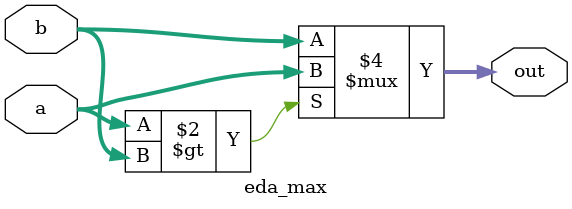
<source format=sv>
module eda_max #(
  parameter PIXEL_WIDTH = 8
)(
  input        [PIXEL_WIDTH - 1:0] a  , 
  input        [PIXEL_WIDTH - 1:0] b  , 
  output logic [PIXEL_WIDTH - 1:0] out
);

  always_comb begin
    if (a > b)
      out = a;
    else
      out = b;
  end
endmodule
</source>
